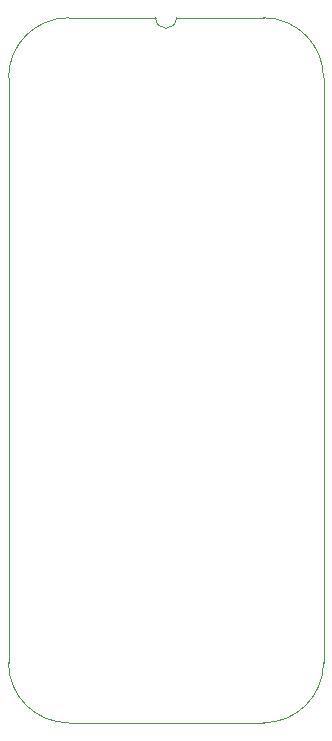
<source format=gm1>
%TF.GenerationSoftware,KiCad,Pcbnew,9.0.2*%
%TF.CreationDate,2025-06-16T14:19:02+02:00*%
%TF.ProjectId,W65C816 Minimal,57363543-3831-4362-904d-696e696d616c,V0*%
%TF.SameCoordinates,Original*%
%TF.FileFunction,Profile,NP*%
%FSLAX46Y46*%
G04 Gerber Fmt 4.6, Leading zero omitted, Abs format (unit mm)*
G04 Created by KiCad (PCBNEW 9.0.2) date 2025-06-16 14:19:02*
%MOMM*%
%LPD*%
G01*
G04 APERTURE LIST*
%TA.AperFunction,Profile*%
%ADD10C,0.100000*%
%TD*%
G04 APERTURE END LIST*
D10*
%TO.C,J3*%
X24765000Y-48895000D02*
G75*
G02*
X19685000Y-53975000I-5080000J0D01*
G01*
X19685000Y5715000D02*
G75*
G02*
X24765000Y635000I0J-5080000D01*
G01*
X12319000Y5715000D02*
G75*
G02*
X10541000Y5715000I-889000J0D01*
G01*
X3175000Y-53975000D02*
G75*
G02*
X-1905000Y-48895000I0J5080000D01*
G01*
X-1905000Y635000D02*
G75*
G02*
X3175000Y5715000I5080002J-2D01*
G01*
X24765000Y-48895000D02*
X24765000Y635000D01*
X19685000Y-53975000D02*
X3175000Y-53975000D01*
X19685000Y5715000D02*
X12319000Y5715000D01*
X10541000Y5715000D02*
X3175000Y5715000D01*
X-1905000Y635000D02*
X-1905000Y-48895000D01*
%TD*%
M02*

</source>
